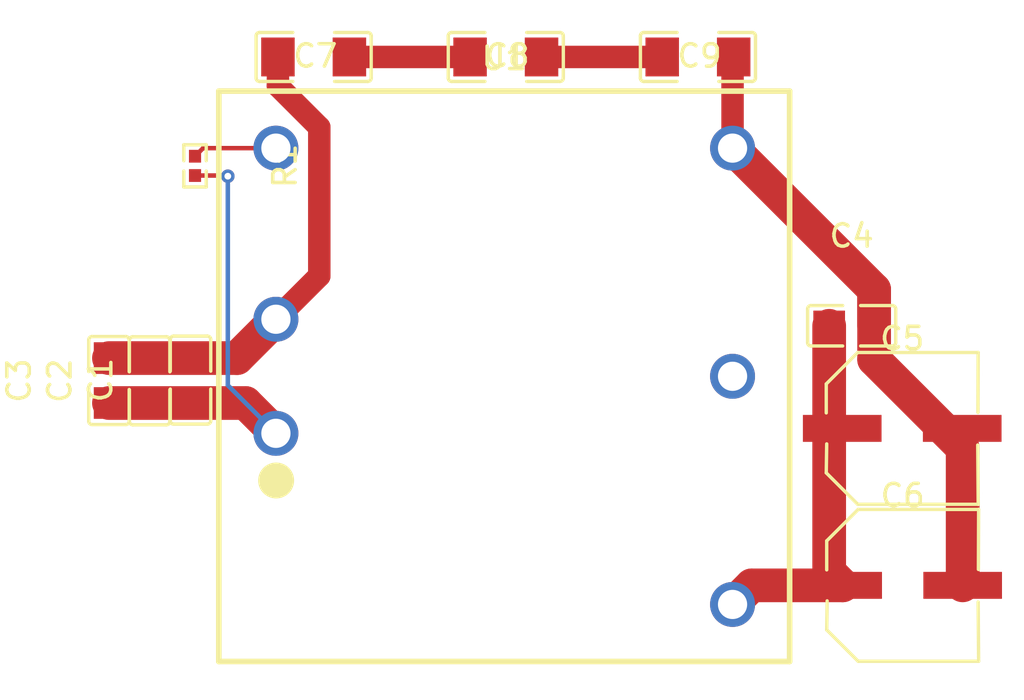
<source format=kicad_pcb>
(kicad_pcb (version 20241229) (generator "pcbnew") (generator_version "9.0")
  (layers (0 "F.Cu" signal) (2 "B.Cu" signal) (13 "F.Paste" user) (15 "B.Paste" user) (5 "F.SilkS" user "F.Silkscreen") (7 "B.SilkS" user "B.Silkscreen") (1 "F.Mask" user) (3 "B.Mask" user) (25 "Edge.Cuts" user))
  (net 0 "")
  (net 1 "net")
  (net 2 "NP")
  (net 3 "VO_plus")
  (net 4 "net-1")
  (net 5 "CNT")
  (net 6 "VIN_plus")
  (net 7 "gnd-1")
  (net 8 "gnd")
  (footprint "atopile:C0805-3b2e55" (layer "F.Cu") (at 142.35 85.9 90)
    (property "Reference" "C1" (at 0 -4 90) (layer "F.SilkS") (hide no))
    (property "Value" "10µF ±10% 50V X5R")
    (fp_line (start 1.81 -0.9) (end 0.4 -0.9) (stroke (width 0.15)) (layer "F.SilkS"))
    (fp_line (start -1.81 -0.9) (end -0.4 -0.9) (stroke (width 0.15)) (layer "F.SilkS"))
    (fp_line (start 1.96 0.75) (end 1.96 -0.75) (stroke (width 0.15)) (layer "F.SilkS"))
    (fp_line (start -1.96 0.75) (end -1.96 -0.75) (stroke (width 0.15)) (layer "F.SilkS"))
    (fp_line (start 0.4 0.9) (end 1.81 0.9) (stroke (width 0.15)) (layer "F.SilkS"))
    (fp_line (start -0.4 0.9) (end -1.81 0.9) (stroke (width 0.15)) (layer "F.SilkS"))
    (fp_arc (start 1.81 -0.9) (mid 1.916066 -0.856066) (end 1.96 -0.75) (stroke (width 0.15)) (layer "F.SilkS"))
    (fp_arc (start -1.96 -0.75) (mid -1.916066 -0.856066) (end -1.81 -0.9) (stroke (width 0.15)) (layer "F.SilkS"))
    (fp_arc (start 1.96 0.75) (mid 1.916066 0.856066) (end 1.81 0.9) (stroke (width 0.15)) (layer "F.SilkS"))
    (fp_arc (start -1.81 0.9) (mid -1.916066 0.856066) (end -1.96 0.75) (stroke (width 0.15)) (layer "F.SilkS"))
    (fp_text user "${REFERENCE}" (at 0 -4 90) (layer "F.SilkS"))
    (pad "1" smd rect (at -1 0 90) (size 1.41 1.35) (layers "F.Cu" "F.Mask" "F.Paste") (net 6 "VIN_plus"))
    (pad "2" smd rect (at 1 0 90) (size 1.41 1.35) (layers "F.Cu" "F.Mask" "F.Paste") (net 7 "gnd-1"))
  )
  (footprint "atopile:CAP-SMD_BD6.3-L6.6-W6.6-FD-3e301d" (layer "F.Cu") (at 174.04 95.04 0)
    (property "Reference" "C6" (at 0 -4 0) (layer "F.SilkS") (hide no))
    (property "Value" "100µF ±20%")
    (fp_line (start -3.38 -1.98) (end -3.38 -0.69) (stroke (width 0.15)) (layer "F.SilkS"))
    (fp_line (start -3.38 1.98) (end -3.36 0.69) (stroke (width 0.15)) (layer "F.SilkS"))
    (fp_line (start -1.98 -3.38) (end -3.38 -1.98) (stroke (width 0.15)) (layer "F.SilkS"))
    (fp_line (start -1.98 3.38) (end -3.38 1.98) (stroke (width 0.15)) (layer "F.SilkS"))
    (fp_line (start 3.36 0.74) (end 3.38 3.38) (stroke (width 0.15)) (layer "F.SilkS"))
    (fp_line (start 3.37 -0.71) (end 3.38 -3.38) (stroke (width 0.15)) (layer "F.SilkS"))
    (fp_line (start 3.38 -3.38) (end -1.98 -3.38) (stroke (width 0.15)) (layer "F.SilkS"))
    (fp_line (start 3.38 3.38) (end -1.98 3.38) (stroke (width 0.15)) (layer "F.SilkS"))
    (fp_text user "${REFERENCE}" (at 0 -4 0) (layer "F.SilkS"))
    (pad "1" smd rect (at -2.67 0 0) (size 3.5 1.2) (layers "F.Cu" "F.Mask" "F.Paste") (net 3 "VO_plus"))
    (pad "2" smd rect (at 2.67 0 0) (size 3.5 1.2) (layers "F.Cu" "F.Mask" "F.Paste") (net 8 "gnd"))
  )
  (footprint "atopile:R0402-56259e" (layer "F.Cu") (at 142.55 76.36 -90)
    (property "Reference" "R1" (at 0 -4 90) (layer "F.SilkS") (hide no))
    (property "Value" "10kΩ ±1% 62.5mW")
    (fp_line (start -0.94 0.5) (end -0.94 -0.5) (stroke (width 0.15)) (layer "F.SilkS"))
    (fp_line (start -0.23 0.5) (end -0.94 0.5) (stroke (width 0.15)) (layer "F.SilkS"))
    (fp_line (start 0.23 0.5) (end 0.94 0.5) (stroke (width 0.15)) (layer "F.SilkS"))
    (fp_line (start 0.94 0.5) (end 0.94 -0.5) (stroke (width 0.15)) (layer "F.SilkS"))
    (fp_line (start -0.94 -0.5) (end -0.23 -0.5) (stroke (width 0.15)) (layer "F.SilkS"))
    (fp_line (start 0.94 -0.5) (end 0.23 -0.5) (stroke (width 0.15)) (layer "F.SilkS"))
    (fp_text user "${REFERENCE}" (at 0 -4 90) (layer "F.SilkS"))
    (pad "1" smd rect (at -0.43 0 270) (size 0.57 0.54) (layers "F.Cu" "F.Mask" "F.Paste") (net 5 "CNT"))
    (pad "2" smd rect (at 0.43 0 270) (size 0.57 0.54) (layers "F.Cu" "F.Mask" "F.Paste") (net 6 "VIN_plus"))
  )
  (footprint "atopile:C0805-3b2e55" (layer "F.Cu") (at 138.72 85.92 90)
    (property "Reference" "C3" (at 0 -4 90) (layer "F.SilkS") (hide no))
    (property "Value" "10µF ±10% 50V X5R")
    (fp_line (start 1.81 -0.9) (end 0.4 -0.9) (stroke (width 0.15)) (layer "F.SilkS"))
    (fp_line (start -1.81 -0.9) (end -0.4 -0.9) (stroke (width 0.15)) (layer "F.SilkS"))
    (fp_line (start 1.96 0.75) (end 1.96 -0.75) (stroke (width 0.15)) (layer "F.SilkS"))
    (fp_line (start -1.96 0.75) (end -1.96 -0.75) (stroke (width 0.15)) (layer "F.SilkS"))
    (fp_line (start 0.4 0.9) (end 1.81 0.9) (stroke (width 0.15)) (layer "F.SilkS"))
    (fp_line (start -0.4 0.9) (end -1.81 0.9) (stroke (width 0.15)) (layer "F.SilkS"))
    (fp_arc (start 1.81 -0.9) (mid 1.916066 -0.856066) (end 1.96 -0.75) (stroke (width 0.15)) (layer "F.SilkS"))
    (fp_arc (start -1.96 -0.75) (mid -1.916066 -0.856066) (end -1.81 -0.9) (stroke (width 0.15)) (layer "F.SilkS"))
    (fp_arc (start 1.96 0.75) (mid 1.916066 0.856066) (end 1.81 0.9) (stroke (width 0.15)) (layer "F.SilkS"))
    (fp_arc (start -1.81 0.9) (mid -1.916066 0.856066) (end -1.96 0.75) (stroke (width 0.15)) (layer "F.SilkS"))
    (fp_text user "${REFERENCE}" (at 0 -4 90) (layer "F.SilkS"))
    (pad "1" smd rect (at -1 0 90) (size 1.41 1.35) (layers "F.Cu" "F.Mask" "F.Paste") (net 6 "VIN_plus"))
    (pad "2" smd rect (at 1 0 90) (size 1.41 1.35) (layers "F.Cu" "F.Mask" "F.Paste") (net 7 "gnd-1"))
  )
  (footprint "atopile:CAP-SMD_BD6.3-L6.6-W6.6-FD-3e301d" (layer "F.Cu") (at 174.02 88.05 0)
    (property "Reference" "C5" (at 0 -4 0) (layer "F.SilkS") (hide no))
    (property "Value" "100µF ±20%")
    (fp_line (start -3.38 -1.98) (end -3.38 -0.69) (stroke (width 0.15)) (layer "F.SilkS"))
    (fp_line (start -3.38 1.98) (end -3.36 0.69) (stroke (width 0.15)) (layer "F.SilkS"))
    (fp_line (start -1.98 -3.38) (end -3.38 -1.98) (stroke (width 0.15)) (layer "F.SilkS"))
    (fp_line (start -1.98 3.38) (end -3.38 1.98) (stroke (width 0.15)) (layer "F.SilkS"))
    (fp_line (start 3.36 0.74) (end 3.38 3.38) (stroke (width 0.15)) (layer "F.SilkS"))
    (fp_line (start 3.37 -0.71) (end 3.38 -3.38) (stroke (width 0.15)) (layer "F.SilkS"))
    (fp_line (start 3.38 -3.38) (end -1.98 -3.38) (stroke (width 0.15)) (layer "F.SilkS"))
    (fp_line (start 3.38 3.38) (end -1.98 3.38) (stroke (width 0.15)) (layer "F.SilkS"))
    (fp_text user "${REFERENCE}" (at 0 -4 0) (layer "F.SilkS"))
    (pad "1" smd rect (at -2.67 0 0) (size 3.5 1.2) (layers "F.Cu" "F.Mask" "F.Paste") (net 3 "VO_plus"))
    (pad "2" smd rect (at 2.67 0 0) (size 3.5 1.2) (layers "F.Cu" "F.Mask" "F.Paste") (net 8 "gnd"))
  )
  (footprint "atopile:C1206-f0a137" (layer "F.Cu") (at 164.93 71.51 0)
    (property "Reference" "C9" (at 0.072512 -0.048096 0) (layer "F.SilkS") (hide no))
    (property "Value" "2.2nF ±10% 1kV X7R")
    (fp_line (start -2.56 0.94) (end -2.56 -0.94) (stroke (width 0.15)) (layer "F.SilkS"))
    (fp_line (start -2.41 -1.09) (end -0.93 -1.09) (stroke (width 0.15)) (layer "F.SilkS"))
    (fp_line (start -0.93 1.09) (end -2.41 1.09) (stroke (width 0.15)) (layer "F.SilkS"))
    (fp_line (start 0.93 1.09) (end 2.41 1.09) (stroke (width 0.15)) (layer "F.SilkS"))
    (fp_line (start 2.41 -1.09) (end 0.93 -1.09) (stroke (width 0.15)) (layer "F.SilkS"))
    (fp_line (start 2.56 0.94) (end 2.56 -0.94) (stroke (width 0.15)) (layer "F.SilkS"))
    (fp_arc (start -2.56 -0.94) (mid -2.516066 -1.046066) (end -2.41 -1.09) (stroke (width 0.15)) (layer "F.SilkS"))
    (fp_arc (start -2.41 1.09) (mid -2.516066 1.046066) (end -2.56 0.94) (stroke (width 0.15)) (layer "F.SilkS"))
    (fp_arc (start 2.41 -1.09) (mid 2.516066 -1.046066) (end 2.56 -0.94) (stroke (width 0.15)) (layer "F.SilkS"))
    (fp_arc (start 2.56 0.94) (mid 2.516066 1.046066) (end 2.41 1.09) (stroke (width 0.15)) (layer "F.SilkS"))
    (fp_text user "${REFERENCE}" (at 0.072512 -0.048096 0) (layer "F.SilkS"))
    (pad "1" smd rect (at -1.59 0 0) (size 1.49 1.73) (layers "F.Cu" "F.Mask" "F.Paste") (net 4 "net-1"))
    (pad "2" smd rect (at 1.59 0 0) (size 1.49 1.73) (layers "F.Cu" "F.Mask" "F.Paste") (net 8 "gnd"))
  )
  (footprint "atopile:C0805-3b2e55" (layer "F.Cu") (at 140.53 85.93 90)
    (property "Reference" "C2" (at 0 -4 90) (layer "F.SilkS") (hide no))
    (property "Value" "10µF ±10% 50V X5R")
    (fp_line (start 1.81 -0.9) (end 0.4 -0.9) (stroke (width 0.15)) (layer "F.SilkS"))
    (fp_line (start -1.81 -0.9) (end -0.4 -0.9) (stroke (width 0.15)) (layer "F.SilkS"))
    (fp_line (start 1.96 0.75) (end 1.96 -0.75) (stroke (width 0.15)) (layer "F.SilkS"))
    (fp_line (start -1.96 0.75) (end -1.96 -0.75) (stroke (width 0.15)) (layer "F.SilkS"))
    (fp_line (start 0.4 0.9) (end 1.81 0.9) (stroke (width 0.15)) (layer "F.SilkS"))
    (fp_line (start -0.4 0.9) (end -1.81 0.9) (stroke (width 0.15)) (layer "F.SilkS"))
    (fp_arc (start 1.81 -0.9) (mid 1.916066 -0.856066) (end 1.96 -0.75) (stroke (width 0.15)) (layer "F.SilkS"))
    (fp_arc (start -1.96 -0.75) (mid -1.916066 -0.856066) (end -1.81 -0.9) (stroke (width 0.15)) (layer "F.SilkS"))
    (fp_arc (start 1.96 0.75) (mid 1.916066 0.856066) (end 1.81 0.9) (stroke (width 0.15)) (layer "F.SilkS"))
    (fp_arc (start -1.81 0.9) (mid -1.916066 0.856066) (end -1.96 0.75) (stroke (width 0.15)) (layer "F.SilkS"))
    (fp_text user "${REFERENCE}" (at 0 -4 90) (layer "F.SilkS"))
    (pad "1" smd rect (at -1 0 90) (size 1.41 1.35) (layers "F.Cu" "F.Mask" "F.Paste") (net 6 "VIN_plus"))
    (pad "2" smd rect (at 1 0 90) (size 1.41 1.35) (layers "F.Cu" "F.Mask" "F.Paste") (net 7 "gnd-1"))
  )
  (footprint "atopile:C1206-f0a137" (layer "F.Cu") (at 156.38 71.51 0)
    (property "Reference" "C8" (at 0.072512 -0.048096 0) (layer "F.SilkS") (hide no))
    (property "Value" "2.2nF ±10% 1kV X7R")
    (fp_line (start -2.56 0.94) (end -2.56 -0.94) (stroke (width 0.15)) (layer "F.SilkS"))
    (fp_line (start -2.41 -1.09) (end -0.93 -1.09) (stroke (width 0.15)) (layer "F.SilkS"))
    (fp_line (start -0.93 1.09) (end -2.41 1.09) (stroke (width 0.15)) (layer "F.SilkS"))
    (fp_line (start 0.93 1.09) (end 2.41 1.09) (stroke (width 0.15)) (layer "F.SilkS"))
    (fp_line (start 2.41 -1.09) (end 0.93 -1.09) (stroke (width 0.15)) (layer "F.SilkS"))
    (fp_line (start 2.56 0.94) (end 2.56 -0.94) (stroke (width 0.15)) (layer "F.SilkS"))
    (fp_arc (start -2.56 -0.94) (mid -2.516066 -1.046066) (end -2.41 -1.09) (stroke (width 0.15)) (layer "F.SilkS"))
    (fp_arc (start -2.41 1.09) (mid -2.516066 1.046066) (end -2.56 0.94) (stroke (width 0.15)) (layer "F.SilkS"))
    (fp_arc (start 2.41 -1.09) (mid 2.516066 -1.046066) (end 2.56 -0.94) (stroke (width 0.15)) (layer "F.SilkS"))
    (fp_arc (start 2.56 0.94) (mid 2.516066 1.046066) (end 2.41 1.09) (stroke (width 0.15)) (layer "F.SilkS"))
    (fp_text user "${REFERENCE}" (at 0.072512 -0.048096 0) (layer "F.SilkS"))
    (pad "1" smd rect (at -1.59 0 0) (size 1.49 1.73) (layers "F.Cu" "F.Mask" "F.Paste") (net 1 "net"))
    (pad "2" smd rect (at 1.59 0 0) (size 1.49 1.73) (layers "F.Cu" "F.Mask" "F.Paste") (net 4 "net-1"))
  )
  (footprint "atopile:C0805-3b2e55" (layer "F.Cu") (at 171.77 83.48 0)
    (property "Reference" "C4" (at 0 -4 0) (layer "F.SilkS") (hide no))
    (property "Value" "1µF ±10% 50V X7R")
    (fp_line (start -1.96 0.75) (end -1.96 -0.75) (stroke (width 0.15)) (layer "F.SilkS"))
    (fp_line (start -1.81 -0.9) (end -0.4 -0.9) (stroke (width 0.15)) (layer "F.SilkS"))
    (fp_line (start -0.4 0.9) (end -1.81 0.9) (stroke (width 0.15)) (layer "F.SilkS"))
    (fp_line (start 0.4 0.9) (end 1.81 0.9) (stroke (width 0.15)) (layer "F.SilkS"))
    (fp_line (start 1.81 -0.9) (end 0.4 -0.9) (stroke (width 0.15)) (layer "F.SilkS"))
    (fp_line (start 1.96 0.75) (end 1.96 -0.75) (stroke (width 0.15)) (layer "F.SilkS"))
    (fp_arc (start -1.96 -0.75) (mid -1.916066 -0.856066) (end -1.81 -0.9) (stroke (width 0.15)) (layer "F.SilkS"))
    (fp_arc (start -1.81 0.9) (mid -1.916066 0.856066) (end -1.96 0.75) (stroke (width 0.15)) (layer "F.SilkS"))
    (fp_arc (start 1.81 -0.9) (mid 1.916066 -0.856066) (end 1.96 -0.75) (stroke (width 0.15)) (layer "F.SilkS"))
    (fp_arc (start 1.96 0.75) (mid 1.916066 0.856066) (end 1.81 0.9) (stroke (width 0.15)) (layer "F.SilkS"))
    (fp_text user "${REFERENCE}" (at 0 -4 0) (layer "F.SilkS"))
    (pad "1" smd rect (at -1 0 0) (size 1.41 1.35) (layers "F.Cu" "F.Mask" "F.Paste") (net 3 "VO_plus"))
    (pad "2" smd rect (at 1 0 0) (size 1.41 1.35) (layers "F.Cu" "F.Mask" "F.Paste") (net 8 "gnd"))
  )
  (footprint "atopile:PWRM-TH_TDPOWER_TDK20-XXSXXWH-ae86e0" (layer "F.Cu") (at 156.31 85.73 0)
    (property "Reference" "U1" (at 0 -14.16 0) (layer "F.SilkS") (hide no))
    (property "Value" "")
    (fp_line (start -12.7 -12.7) (end -12.7 12.7) (stroke (width 0.25)) (layer "F.SilkS"))
    (fp_line (start -12.7 12.7) (end 12.7 12.7) (stroke (width 0.25)) (layer "F.SilkS"))
    (fp_line (start 12.7 -12.7) (end -12.7 -12.7) (stroke (width 0.25)) (layer "F.SilkS"))
    (fp_line (start 12.7 12.7) (end 12.7 -12.7) (stroke (width 0.25)) (layer "F.SilkS"))
    (fp_circle (center -10.15 4.64) (end -9.75 4.64) (stroke (width 0.8)) (fill no) (layer "F.SilkS"))
    (fp_text user "${REFERENCE}" (at 0 -14.16 0) (layer "F.SilkS"))
    (pad "1" thru_hole circle (at -10.16 2.54 180) (size 2 2) (drill 1.300023) (layers "*.Cu" "*.Mask") (net 6 "VIN_plus"))
    (pad "2" thru_hole circle (at -10.16 -2.54 180) (size 2 2) (drill 1.300023) (layers "*.Cu" "*.Mask") (net 7 "gnd-1"))
    (pad "3" thru_hole circle (at -10.16 -10.16 180) (size 2 2) (drill 1.300023) (layers "*.Cu" "*.Mask") (net 5 "CNT"))
    (pad "4" thru_hole circle (at 10.16 -10.16 180) (size 2 2) (drill 1.300023) (layers "*.Cu" "*.Mask") (net 8 "gnd"))
    (pad "5" thru_hole circle (at 10.16 0 180) (size 2 2) (drill 1.300023) (layers "*.Cu" "*.Mask") (net 2 "NP"))
    (pad "6" thru_hole circle (at 10.16 10.16 180) (size 2 2) (drill 1.300023) (layers "*.Cu" "*.Mask") (net 3 "VO_plus"))
  )
  (footprint "atopile:C1206-f0a137" (layer "F.Cu") (at 147.83 71.51 0)
    (property "Reference" "C7" (at 0.072512 -0.048096 0) (layer "F.SilkS") (hide no))
    (property "Value" "2.2nF ±10% 1kV X7R")
    (fp_line (start -2.56 0.94) (end -2.56 -0.94) (stroke (width 0.15)) (layer "F.SilkS"))
    (fp_line (start -2.41 -1.09) (end -0.93 -1.09) (stroke (width 0.15)) (layer "F.SilkS"))
    (fp_line (start -0.93 1.09) (end -2.41 1.09) (stroke (width 0.15)) (layer "F.SilkS"))
    (fp_line (start 0.93 1.09) (end 2.41 1.09) (stroke (width 0.15)) (layer "F.SilkS"))
    (fp_line (start 2.41 -1.09) (end 0.93 -1.09) (stroke (width 0.15)) (layer "F.SilkS"))
    (fp_line (start 2.56 0.94) (end 2.56 -0.94) (stroke (width 0.15)) (layer "F.SilkS"))
    (fp_arc (start -2.56 -0.94) (mid -2.516066 -1.046066) (end -2.41 -1.09) (stroke (width 0.15)) (layer "F.SilkS"))
    (fp_arc (start -2.41 1.09) (mid -2.516066 1.046066) (end -2.56 0.94) (stroke (width 0.15)) (layer "F.SilkS"))
    (fp_arc (start 2.41 -1.09) (mid 2.516066 -1.046066) (end 2.56 -0.94) (stroke (width 0.15)) (layer "F.SilkS"))
    (fp_arc (start 2.56 0.94) (mid 2.516066 1.046066) (end 2.41 1.09) (stroke (width 0.15)) (layer "F.SilkS"))
    (fp_text user "${REFERENCE}" (at 0.072512 -0.048096 0) (layer "F.SilkS"))
    (pad "1" smd rect (at -1.59 0 0) (size 1.49 1.73) (layers "F.Cu" "F.Mask" "F.Paste") (net 7 "gnd-1"))
    (pad "2" smd rect (at 1.59 0 0) (size 1.49 1.73) (layers "F.Cu" "F.Mask" "F.Paste") (net 1 "net"))
  )
  (via (at 144.01 76.82) (size 0.6) (drill 0.3) (layers "F.Cu" "B.Cu") (net 6))
  (segment (start 149.42 71.51) (end 154.79 71.51) (width 1) (net 1) (layer "F.Cu"))
  (segment (start 171.37 95.04) (end 170.77 94.44) (width 1.5) (net 3) (layer "F.Cu"))
  (segment (start 171.37 95.04) (end 167.32 95.04) (width 1.5) (net 3) (layer "F.Cu"))
  (segment (start 170.77 94.44) (end 170.77 83.48) (width 1.5) (net 3) (layer "F.Cu"))
  (segment (start 167.32 95.04) (end 166.47 95.89) (width 1.5) (net 3) (layer "F.Cu"))
  (segment (start 157.97 71.51) (end 163.34 71.51) (width 1) (net 4) (layer "F.Cu"))
  (segment (start 142.91 75.57) (end 142.55 75.93) (width 0.2) (net 5) (layer "F.Cu"))
  (segment (start 146.15 75.57) (end 142.91 75.57) (width 0.2) (net 5) (layer "F.Cu"))
  (segment (start 142.55 76.79) (end 143.98 76.79) (width 0.2) (net 6) (layer "F.Cu"))
  (segment (start 144.8 86.92) (end 146.15 88.27) (width 1.5) (net 6) (layer "F.Cu"))
  (segment (start 138.72 86.92) (end 144.8 86.92) (width 1.5) (net 6) (layer "F.Cu"))
  (segment (start 143.98 76.79) (end 144.01 76.82) (width 0.2) (net 6) (layer "F.Cu"))
  (segment (start 144.01 86.13) (end 146.15 88.27) (width 0.2) (net 6) (layer "B.Cu"))
  (segment (start 144.01 76.82) (end 144.01 86.13) (width 0.2) (net 6) (layer "B.Cu"))
  (segment (start 148.08 74.64) (end 148.08 81.26) (width 1) (net 7) (layer "F.Cu"))
  (segment (start 146.24 72.8) (end 148.08 74.64) (width 1) (net 7) (layer "F.Cu"))
  (segment (start 144.42 84.92) (end 146.15 83.19) (width 1.5) (net 7) (layer "F.Cu"))
  (segment (start 146.24 71.51) (end 146.24 72.8) (width 1) (net 7) (layer "F.Cu"))
  (segment (start 138.72 84.92) (end 144.42 84.92) (width 1.5) (net 7) (layer "F.Cu"))
  (segment (start 148.08 81.26) (end 146.15 83.19) (width 1) (net 7) (layer "F.Cu"))
  (segment (start 176.71 88.92) (end 176.71 95.04) (width 1.5) (net 8) (layer "F.Cu"))
  (segment (start 172.77 84.98) (end 176.71 88.92) (width 1.5) (net 8) (layer "F.Cu"))
  (segment (start 166.47 75.57) (end 166.47 71.56) (width 1) (net 8) (layer "F.Cu"))
  (segment (start 166.47 71.56) (end 166.52 71.51) (width 0.2) (net 8) (layer "F.Cu"))
  (segment (start 172.77 81.87) (end 172.77 84.98) (width 1.5) (net 8) (layer "F.Cu"))
  (segment (start 172.77 83.48) (end 172.77 81.87) (width 1.5) (net 8) (layer "F.Cu"))
  (segment (start 172.77 81.87) (end 166.47 75.57) (width 1.5) (net 8) (layer "F.Cu"))
)
</source>
